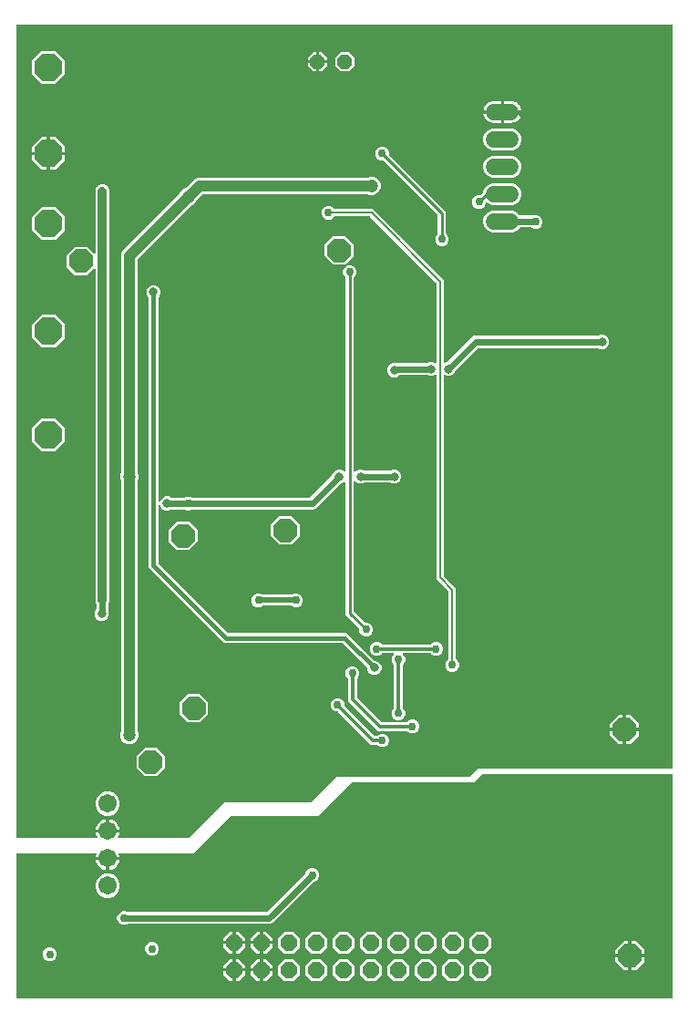
<source format=gbr>
G04 EAGLE Gerber RS-274X export*
G75*
%MOMM*%
%FSLAX34Y34*%
%LPD*%
%INBottom Copper*%
%IPPOS*%
%AMOC8*
5,1,8,0,0,1.08239X$1,22.5*%
G01*
%ADD10P,1.649562X8X202.500000*%
%ADD11C,1.524000*%
%ADD12P,1.429621X8X202.500000*%
%ADD13C,1.714500*%
%ADD14P,2.749271X8X22.500000*%
%ADD15P,2.336880X8X22.500000*%
%ADD16C,0.756400*%
%ADD17C,0.508000*%
%ADD18C,1.200000*%
%ADD19C,0.806400*%
%ADD20C,0.609600*%
%ADD21C,0.254000*%
%ADD22C,0.152400*%
%ADD23C,0.200000*%
%ADD24C,0.812800*%
%ADD25C,1.016000*%
%ADD26C,0.304800*%
%ADD27C,0.406400*%

G36*
X74603Y149251D02*
X74603Y149251D01*
X74678Y149254D01*
X74723Y149271D01*
X74771Y149279D01*
X74838Y149314D01*
X74909Y149341D01*
X74946Y149371D01*
X74988Y149394D01*
X75040Y149448D01*
X75099Y149496D01*
X75125Y149537D01*
X75158Y149572D01*
X75190Y149641D01*
X75230Y149705D01*
X75241Y149751D01*
X75261Y149795D01*
X75270Y149870D01*
X75287Y149944D01*
X75283Y149992D01*
X75288Y150039D01*
X75272Y150113D01*
X75266Y150189D01*
X75243Y150249D01*
X75236Y150280D01*
X75223Y150302D01*
X75206Y150346D01*
X74601Y151534D01*
X74060Y153198D01*
X73889Y154277D01*
X84138Y154277D01*
X84158Y154280D01*
X84177Y154278D01*
X84279Y154300D01*
X84381Y154317D01*
X84398Y154326D01*
X84418Y154330D01*
X84507Y154383D01*
X84598Y154432D01*
X84612Y154446D01*
X84629Y154456D01*
X84696Y154535D01*
X84767Y154610D01*
X84776Y154628D01*
X84789Y154643D01*
X84827Y154739D01*
X84871Y154833D01*
X84873Y154853D01*
X84881Y154871D01*
X84899Y155038D01*
X84899Y155801D01*
X84901Y155801D01*
X84901Y155038D01*
X84904Y155018D01*
X84902Y154999D01*
X84924Y154897D01*
X84941Y154795D01*
X84950Y154778D01*
X84954Y154758D01*
X85007Y154669D01*
X85056Y154578D01*
X85070Y154564D01*
X85080Y154547D01*
X85159Y154480D01*
X85234Y154409D01*
X85252Y154400D01*
X85267Y154387D01*
X85363Y154348D01*
X85457Y154305D01*
X85477Y154303D01*
X85495Y154295D01*
X85662Y154277D01*
X95911Y154277D01*
X95740Y153198D01*
X95199Y151534D01*
X94594Y150346D01*
X94571Y150274D01*
X94539Y150205D01*
X94533Y150157D01*
X94519Y150111D01*
X94520Y150036D01*
X94512Y149961D01*
X94522Y149914D01*
X94523Y149865D01*
X94548Y149794D01*
X94564Y149720D01*
X94589Y149679D01*
X94605Y149633D01*
X94651Y149574D01*
X94690Y149509D01*
X94727Y149478D01*
X94756Y149440D01*
X94819Y149398D01*
X94877Y149349D01*
X94922Y149331D01*
X94962Y149305D01*
X95035Y149286D01*
X95105Y149257D01*
X95170Y149250D01*
X95200Y149242D01*
X95225Y149244D01*
X95272Y149239D01*
X160000Y149239D01*
X160090Y149254D01*
X160181Y149261D01*
X160211Y149273D01*
X160243Y149279D01*
X160323Y149321D01*
X160407Y149357D01*
X160439Y149383D01*
X160460Y149394D01*
X160482Y149417D01*
X160538Y149462D01*
X193195Y182119D01*
X273050Y182119D01*
X273140Y182134D01*
X273231Y182141D01*
X273261Y182153D01*
X273293Y182159D01*
X273373Y182201D01*
X273457Y182237D01*
X273489Y182263D01*
X273510Y182274D01*
X273532Y182297D01*
X273588Y182342D01*
X297495Y206249D01*
X420370Y206249D01*
X420460Y206264D01*
X420551Y206271D01*
X420581Y206283D01*
X420613Y206289D01*
X420693Y206331D01*
X420777Y206367D01*
X420809Y206393D01*
X420830Y206404D01*
X420852Y206427D01*
X420908Y206472D01*
X428305Y213869D01*
X609078Y213869D01*
X609098Y213872D01*
X609117Y213870D01*
X609219Y213892D01*
X609321Y213909D01*
X609338Y213918D01*
X609358Y213922D01*
X609447Y213975D01*
X609538Y214024D01*
X609552Y214038D01*
X609569Y214048D01*
X609636Y214127D01*
X609708Y214202D01*
X609716Y214220D01*
X609729Y214235D01*
X609768Y214331D01*
X609811Y214425D01*
X609813Y214445D01*
X609821Y214463D01*
X609839Y214630D01*
X609839Y904078D01*
X609836Y904098D01*
X609838Y904117D01*
X609816Y904219D01*
X609800Y904321D01*
X609790Y904338D01*
X609786Y904358D01*
X609733Y904447D01*
X609684Y904538D01*
X609670Y904552D01*
X609660Y904569D01*
X609581Y904636D01*
X609506Y904708D01*
X609488Y904716D01*
X609473Y904729D01*
X609377Y904768D01*
X609283Y904811D01*
X609263Y904813D01*
X609245Y904821D01*
X609078Y904839D01*
X922Y904839D01*
X902Y904836D01*
X883Y904838D01*
X781Y904816D01*
X679Y904800D01*
X662Y904790D01*
X642Y904786D01*
X553Y904733D01*
X462Y904684D01*
X448Y904670D01*
X431Y904660D01*
X364Y904581D01*
X292Y904506D01*
X284Y904488D01*
X271Y904473D01*
X232Y904377D01*
X189Y904283D01*
X187Y904263D01*
X179Y904245D01*
X161Y904078D01*
X161Y150000D01*
X164Y149980D01*
X162Y149961D01*
X184Y149859D01*
X200Y149757D01*
X210Y149740D01*
X214Y149720D01*
X267Y149631D01*
X316Y149540D01*
X330Y149526D01*
X340Y149509D01*
X419Y149442D01*
X494Y149371D01*
X512Y149362D01*
X527Y149349D01*
X623Y149310D01*
X717Y149267D01*
X737Y149265D01*
X755Y149257D01*
X922Y149239D01*
X74528Y149239D01*
X74603Y149251D01*
G37*
G36*
X609098Y164D02*
X609098Y164D01*
X609117Y162D01*
X609219Y184D01*
X609321Y200D01*
X609338Y210D01*
X609358Y214D01*
X609447Y267D01*
X609538Y316D01*
X609552Y330D01*
X609569Y340D01*
X609636Y419D01*
X609708Y494D01*
X609716Y512D01*
X609729Y527D01*
X609768Y623D01*
X609811Y717D01*
X609813Y737D01*
X609821Y755D01*
X609839Y922D01*
X609839Y208280D01*
X609836Y208300D01*
X609838Y208319D01*
X609816Y208421D01*
X609800Y208523D01*
X609790Y208540D01*
X609786Y208560D01*
X609733Y208649D01*
X609684Y208740D01*
X609670Y208754D01*
X609660Y208771D01*
X609581Y208838D01*
X609506Y208910D01*
X609488Y208918D01*
X609473Y208931D01*
X609377Y208970D01*
X609283Y209013D01*
X609263Y209015D01*
X609245Y209023D01*
X609078Y209041D01*
X433070Y209041D01*
X432980Y209027D01*
X432889Y209019D01*
X432859Y209007D01*
X432827Y209002D01*
X432747Y208959D01*
X432663Y208923D01*
X432631Y208897D01*
X432610Y208886D01*
X432588Y208863D01*
X432532Y208818D01*
X425135Y201421D01*
X312420Y201421D01*
X312330Y201407D01*
X312239Y201399D01*
X312209Y201387D01*
X312177Y201382D01*
X312097Y201339D01*
X312013Y201303D01*
X311981Y201277D01*
X311960Y201266D01*
X311938Y201243D01*
X311882Y201198D01*
X280355Y169671D01*
X199390Y169671D01*
X199300Y169657D01*
X199209Y169649D01*
X199179Y169637D01*
X199147Y169632D01*
X199067Y169589D01*
X198983Y169553D01*
X198951Y169527D01*
X198930Y169516D01*
X198908Y169493D01*
X198852Y169448D01*
X164785Y135381D01*
X96014Y135381D01*
X95999Y135379D01*
X95983Y135381D01*
X95878Y135359D01*
X95772Y135342D01*
X95758Y135334D01*
X95742Y135331D01*
X95649Y135277D01*
X95554Y135226D01*
X95543Y135215D01*
X95529Y135207D01*
X95459Y135126D01*
X95385Y135048D01*
X95378Y135034D01*
X95368Y135022D01*
X95327Y134922D01*
X95281Y134825D01*
X95280Y134809D01*
X95273Y134794D01*
X95266Y134687D01*
X95254Y134581D01*
X95258Y134565D01*
X95256Y134549D01*
X95290Y134385D01*
X95740Y133002D01*
X95911Y131923D01*
X85662Y131923D01*
X85642Y131920D01*
X85623Y131922D01*
X85521Y131900D01*
X85419Y131883D01*
X85402Y131874D01*
X85382Y131870D01*
X85293Y131817D01*
X85202Y131768D01*
X85188Y131754D01*
X85171Y131744D01*
X85104Y131665D01*
X85033Y131590D01*
X85024Y131572D01*
X85011Y131557D01*
X84973Y131461D01*
X84929Y131367D01*
X84927Y131347D01*
X84919Y131329D01*
X84901Y131162D01*
X84901Y130399D01*
X84899Y130399D01*
X84899Y131162D01*
X84896Y131182D01*
X84898Y131201D01*
X84876Y131303D01*
X84859Y131405D01*
X84850Y131422D01*
X84846Y131442D01*
X84793Y131531D01*
X84744Y131622D01*
X84730Y131636D01*
X84720Y131653D01*
X84641Y131720D01*
X84566Y131791D01*
X84548Y131800D01*
X84533Y131813D01*
X84437Y131852D01*
X84343Y131895D01*
X84323Y131897D01*
X84305Y131905D01*
X84138Y131923D01*
X73889Y131923D01*
X74060Y133002D01*
X74510Y134385D01*
X74512Y134401D01*
X74519Y134415D01*
X74531Y134521D01*
X74547Y134628D01*
X74544Y134644D01*
X74546Y134659D01*
X74523Y134764D01*
X74505Y134870D01*
X74497Y134884D01*
X74494Y134900D01*
X74438Y134992D01*
X74387Y135086D01*
X74376Y135097D01*
X74367Y135111D01*
X74286Y135181D01*
X74207Y135254D01*
X74193Y135260D01*
X74180Y135271D01*
X74081Y135311D01*
X73983Y135355D01*
X73967Y135357D01*
X73952Y135363D01*
X73786Y135381D01*
X922Y135381D01*
X902Y135378D01*
X883Y135380D01*
X781Y135358D01*
X679Y135342D01*
X662Y135332D01*
X642Y135328D01*
X553Y135275D01*
X462Y135226D01*
X448Y135212D01*
X431Y135202D01*
X364Y135123D01*
X292Y135048D01*
X284Y135030D01*
X271Y135015D01*
X232Y134919D01*
X189Y134825D01*
X187Y134805D01*
X179Y134787D01*
X161Y134620D01*
X161Y922D01*
X164Y902D01*
X162Y883D01*
X184Y781D01*
X200Y679D01*
X210Y662D01*
X214Y642D01*
X267Y553D01*
X316Y462D01*
X330Y448D01*
X340Y431D01*
X419Y364D01*
X494Y292D01*
X512Y284D01*
X527Y271D01*
X623Y232D01*
X717Y189D01*
X737Y187D01*
X755Y179D01*
X922Y161D01*
X609078Y161D01*
X609098Y164D01*
G37*
%LPC*%
G36*
X103301Y236459D02*
X103301Y236459D01*
X100162Y237760D01*
X97760Y240162D01*
X96459Y243301D01*
X96459Y246699D01*
X97321Y248780D01*
X97336Y248844D01*
X97361Y248905D01*
X97370Y248988D01*
X97377Y249020D01*
X97376Y249039D01*
X97379Y249071D01*
X97379Y480929D01*
X97369Y480993D01*
X97368Y481059D01*
X97345Y481139D01*
X97340Y481171D01*
X97330Y481189D01*
X97321Y481220D01*
X96459Y483301D01*
X96459Y486699D01*
X97321Y488780D01*
X97336Y488844D01*
X97361Y488905D01*
X97370Y488988D01*
X97377Y489020D01*
X97376Y489039D01*
X97379Y489071D01*
X97379Y691516D01*
X98539Y694317D01*
X151732Y747510D01*
X151771Y747563D01*
X151817Y747610D01*
X151857Y747683D01*
X151876Y747709D01*
X151882Y747728D01*
X151897Y747757D01*
X152760Y749838D01*
X155162Y752240D01*
X157243Y753103D01*
X157299Y753137D01*
X157359Y753163D01*
X157424Y753215D01*
X157452Y753232D01*
X157465Y753247D01*
X157490Y753268D01*
X163432Y759210D01*
X165683Y761461D01*
X168484Y762621D01*
X325929Y762621D01*
X325993Y762631D01*
X326059Y762632D01*
X326139Y762655D01*
X326171Y762660D01*
X326189Y762670D01*
X326220Y762679D01*
X328301Y763541D01*
X331699Y763541D01*
X334838Y762240D01*
X337240Y759838D01*
X338541Y756699D01*
X338541Y753301D01*
X337240Y750162D01*
X334838Y747760D01*
X331699Y746459D01*
X328301Y746459D01*
X326220Y747321D01*
X326156Y747336D01*
X326095Y747361D01*
X326012Y747370D01*
X325980Y747377D01*
X325961Y747376D01*
X325929Y747379D01*
X173472Y747379D01*
X173382Y747365D01*
X173291Y747357D01*
X173261Y747345D01*
X173229Y747340D01*
X173148Y747297D01*
X173065Y747261D01*
X173032Y747235D01*
X173012Y747224D01*
X172990Y747201D01*
X172934Y747156D01*
X168268Y742490D01*
X168229Y742437D01*
X168183Y742390D01*
X168143Y742317D01*
X168124Y742291D01*
X168118Y742272D01*
X168103Y742243D01*
X167240Y740162D01*
X164838Y737760D01*
X162757Y736897D01*
X162701Y736863D01*
X162641Y736837D01*
X162576Y736785D01*
X162548Y736768D01*
X162535Y736753D01*
X162510Y736732D01*
X112844Y687066D01*
X112791Y686992D01*
X112731Y686923D01*
X112719Y686893D01*
X112700Y686867D01*
X112673Y686780D01*
X112639Y686695D01*
X112635Y686654D01*
X112628Y686632D01*
X112629Y686599D01*
X112621Y686528D01*
X112621Y489071D01*
X112631Y489007D01*
X112632Y488941D01*
X112655Y488861D01*
X112660Y488829D01*
X112670Y488811D01*
X112679Y488780D01*
X113541Y486699D01*
X113541Y483301D01*
X112679Y481220D01*
X112664Y481156D01*
X112639Y481095D01*
X112630Y481012D01*
X112623Y480980D01*
X112624Y480961D01*
X112621Y480929D01*
X112621Y249071D01*
X112631Y249007D01*
X112632Y248941D01*
X112655Y248861D01*
X112660Y248829D01*
X112670Y248811D01*
X112679Y248780D01*
X113541Y246699D01*
X113541Y243301D01*
X112240Y240162D01*
X109838Y237760D01*
X106699Y236459D01*
X103301Y236459D01*
G37*
%LPD*%
%LPC*%
G36*
X331433Y300767D02*
X331433Y300767D01*
X329017Y301768D01*
X327168Y303617D01*
X326167Y306033D01*
X326167Y307131D01*
X326153Y307221D01*
X326145Y307312D01*
X326133Y307341D01*
X326128Y307373D01*
X326085Y307454D01*
X326049Y307538D01*
X326023Y307570D01*
X326012Y307591D01*
X325989Y307613D01*
X325944Y307669D01*
X303409Y330204D01*
X303335Y330257D01*
X303265Y330317D01*
X303235Y330329D01*
X303209Y330348D01*
X303122Y330375D01*
X303037Y330409D01*
X302996Y330413D01*
X302974Y330420D01*
X302942Y330419D01*
X302871Y330427D01*
X193106Y330427D01*
X122967Y400566D01*
X122967Y651232D01*
X122953Y651322D01*
X122945Y651413D01*
X122933Y651443D01*
X122928Y651475D01*
X122885Y651556D01*
X122849Y651639D01*
X122823Y651672D01*
X122812Y651692D01*
X122789Y651714D01*
X122744Y651770D01*
X121968Y652547D01*
X120967Y654963D01*
X120967Y657577D01*
X121968Y659993D01*
X123817Y661842D01*
X126233Y662843D01*
X128847Y662843D01*
X131263Y661842D01*
X133112Y659993D01*
X134113Y657577D01*
X134113Y654963D01*
X133112Y652547D01*
X132336Y651770D01*
X132283Y651696D01*
X132223Y651627D01*
X132211Y651597D01*
X132192Y651571D01*
X132165Y651484D01*
X132131Y651399D01*
X132127Y651358D01*
X132120Y651336D01*
X132121Y651303D01*
X132113Y651232D01*
X132113Y461961D01*
X132128Y461865D01*
X132138Y461768D01*
X132148Y461744D01*
X132152Y461718D01*
X132198Y461632D01*
X132238Y461543D01*
X132255Y461524D01*
X132268Y461501D01*
X132338Y461434D01*
X132404Y461362D01*
X132427Y461349D01*
X132446Y461331D01*
X132534Y461290D01*
X132620Y461243D01*
X132645Y461239D01*
X132669Y461228D01*
X132766Y461217D01*
X132862Y461200D01*
X132888Y461204D01*
X132913Y461201D01*
X133009Y461221D01*
X133105Y461235D01*
X133128Y461247D01*
X133154Y461253D01*
X133237Y461303D01*
X133324Y461347D01*
X133343Y461366D01*
X133365Y461379D01*
X133428Y461453D01*
X133496Y461523D01*
X133512Y461551D01*
X133525Y461566D01*
X133537Y461597D01*
X133577Y461670D01*
X134428Y463723D01*
X136277Y465572D01*
X138693Y466573D01*
X141307Y466573D01*
X143543Y465647D01*
X143607Y465632D01*
X143668Y465607D01*
X143751Y465598D01*
X143783Y465591D01*
X143802Y465592D01*
X143834Y465589D01*
X156819Y465589D01*
X156884Y465599D01*
X156949Y465600D01*
X157029Y465623D01*
X157062Y465628D01*
X157079Y465638D01*
X157110Y465647D01*
X158742Y466323D01*
X161258Y466323D01*
X162890Y465647D01*
X162954Y465632D01*
X163014Y465607D01*
X163097Y465598D01*
X163129Y465591D01*
X163149Y465592D01*
X163181Y465589D01*
X272370Y465589D01*
X272460Y465603D01*
X272551Y465611D01*
X272581Y465623D01*
X272613Y465628D01*
X272693Y465671D01*
X272777Y465707D01*
X272809Y465733D01*
X272830Y465744D01*
X272852Y465767D01*
X272908Y465812D01*
X293337Y486241D01*
X293375Y486294D01*
X293421Y486341D01*
X293461Y486414D01*
X293480Y486440D01*
X293486Y486459D01*
X293502Y486487D01*
X294428Y488723D01*
X296277Y490572D01*
X298693Y491573D01*
X301307Y491573D01*
X303723Y490572D01*
X304890Y489406D01*
X304948Y489364D01*
X305000Y489314D01*
X305047Y489292D01*
X305089Y489262D01*
X305158Y489241D01*
X305223Y489211D01*
X305275Y489205D01*
X305325Y489190D01*
X305396Y489191D01*
X305467Y489184D01*
X305518Y489195D01*
X305570Y489196D01*
X305638Y489221D01*
X305708Y489236D01*
X305753Y489263D01*
X305801Y489280D01*
X305857Y489325D01*
X305919Y489362D01*
X305953Y489402D01*
X305993Y489434D01*
X306032Y489494D01*
X306079Y489549D01*
X306098Y489597D01*
X306126Y489641D01*
X306144Y489711D01*
X306171Y489777D01*
X306179Y489848D01*
X306187Y489880D01*
X306185Y489903D01*
X306189Y489944D01*
X306189Y669554D01*
X306175Y669644D01*
X306167Y669735D01*
X306155Y669765D01*
X306150Y669796D01*
X306107Y669877D01*
X306071Y669961D01*
X306045Y669993D01*
X306034Y670014D01*
X306011Y670036D01*
X305966Y670092D01*
X304640Y671418D01*
X303677Y673742D01*
X303677Y676258D01*
X304640Y678582D01*
X306418Y680360D01*
X308742Y681323D01*
X311258Y681323D01*
X313582Y680360D01*
X315360Y678582D01*
X316323Y676258D01*
X316323Y673742D01*
X315360Y671418D01*
X314034Y670092D01*
X313981Y670018D01*
X313921Y669949D01*
X313909Y669919D01*
X313890Y669892D01*
X313863Y669805D01*
X313829Y669720D01*
X313825Y669680D01*
X313818Y669657D01*
X313819Y669625D01*
X313811Y669554D01*
X313811Y489944D01*
X313822Y489873D01*
X313824Y489801D01*
X313842Y489752D01*
X313850Y489701D01*
X313884Y489638D01*
X313909Y489570D01*
X313941Y489530D01*
X313966Y489484D01*
X314018Y489434D01*
X314062Y489378D01*
X314106Y489350D01*
X314144Y489314D01*
X314209Y489284D01*
X314269Y489245D01*
X314320Y489233D01*
X314367Y489211D01*
X314438Y489203D01*
X314508Y489185D01*
X314560Y489189D01*
X314611Y489184D01*
X314682Y489199D01*
X314753Y489204D01*
X314801Y489225D01*
X314852Y489236D01*
X314913Y489273D01*
X314979Y489301D01*
X315035Y489346D01*
X315063Y489362D01*
X315078Y489380D01*
X315110Y489406D01*
X316277Y490572D01*
X318693Y491573D01*
X321307Y491573D01*
X323543Y490647D01*
X323607Y490632D01*
X323668Y490607D01*
X323751Y490598D01*
X323783Y490591D01*
X323802Y490592D01*
X323834Y490589D01*
X347416Y490589D01*
X347480Y490599D01*
X347546Y490600D01*
X347626Y490623D01*
X347658Y490628D01*
X347675Y490638D01*
X347707Y490647D01*
X349943Y491573D01*
X352557Y491573D01*
X354973Y490572D01*
X356822Y488723D01*
X357823Y486307D01*
X357823Y483693D01*
X356822Y481277D01*
X354973Y479428D01*
X352557Y478427D01*
X349943Y478427D01*
X347707Y479353D01*
X347643Y479368D01*
X347582Y479393D01*
X347499Y479402D01*
X347467Y479409D01*
X347448Y479408D01*
X347416Y479411D01*
X323834Y479411D01*
X323770Y479401D01*
X323704Y479400D01*
X323624Y479377D01*
X323592Y479372D01*
X323575Y479362D01*
X323543Y479353D01*
X321307Y478427D01*
X318693Y478427D01*
X316277Y479428D01*
X315110Y480594D01*
X315052Y480636D01*
X315000Y480686D01*
X314953Y480708D01*
X314911Y480738D01*
X314842Y480759D01*
X314777Y480789D01*
X314725Y480795D01*
X314675Y480810D01*
X314604Y480809D01*
X314533Y480816D01*
X314482Y480805D01*
X314430Y480804D01*
X314362Y480779D01*
X314292Y480764D01*
X314247Y480737D01*
X314199Y480720D01*
X314143Y480675D01*
X314081Y480638D01*
X314047Y480598D01*
X314007Y480566D01*
X313968Y480506D01*
X313921Y480451D01*
X313902Y480403D01*
X313874Y480359D01*
X313856Y480289D01*
X313829Y480223D01*
X313821Y480152D01*
X313813Y480120D01*
X313815Y480097D01*
X313811Y480056D01*
X313811Y359914D01*
X313825Y359824D01*
X313833Y359733D01*
X313845Y359703D01*
X313850Y359671D01*
X313893Y359590D01*
X313929Y359506D01*
X313955Y359474D01*
X313966Y359454D01*
X313989Y359431D01*
X314034Y359376D01*
X323964Y349446D01*
X324037Y349393D01*
X324107Y349333D01*
X324137Y349321D01*
X324163Y349302D01*
X324250Y349275D01*
X324335Y349241D01*
X324376Y349237D01*
X324398Y349230D01*
X324431Y349231D01*
X324502Y349223D01*
X326378Y349223D01*
X328702Y348260D01*
X330480Y346482D01*
X331443Y344158D01*
X331443Y341642D01*
X330480Y339318D01*
X328702Y337540D01*
X326378Y336577D01*
X323862Y336577D01*
X321538Y337540D01*
X319760Y339318D01*
X318797Y341642D01*
X318797Y343518D01*
X318783Y343608D01*
X318775Y343699D01*
X318763Y343729D01*
X318758Y343761D01*
X318715Y343842D01*
X318679Y343926D01*
X318653Y343958D01*
X318642Y343978D01*
X318619Y344001D01*
X318574Y344056D01*
X306189Y356442D01*
X306189Y480056D01*
X306178Y480127D01*
X306176Y480199D01*
X306158Y480248D01*
X306150Y480299D01*
X306116Y480362D01*
X306091Y480430D01*
X306059Y480470D01*
X306034Y480516D01*
X305982Y480566D01*
X305938Y480622D01*
X305894Y480650D01*
X305856Y480686D01*
X305791Y480716D01*
X305731Y480755D01*
X305680Y480767D01*
X305633Y480789D01*
X305562Y480797D01*
X305492Y480815D01*
X305440Y480811D01*
X305389Y480816D01*
X305318Y480801D01*
X305247Y480796D01*
X305199Y480775D01*
X305148Y480764D01*
X305087Y480727D01*
X305021Y480699D01*
X304965Y480654D01*
X304937Y480638D01*
X304922Y480620D01*
X304890Y480594D01*
X303723Y479428D01*
X301487Y478502D01*
X301432Y478467D01*
X301371Y478442D01*
X301307Y478390D01*
X301278Y478372D01*
X301266Y478357D01*
X301241Y478337D01*
X279845Y456941D01*
X278166Y455262D01*
X276112Y454411D01*
X163181Y454411D01*
X163116Y454401D01*
X163051Y454400D01*
X162971Y454377D01*
X162938Y454372D01*
X162921Y454362D01*
X162890Y454353D01*
X161258Y453677D01*
X158742Y453677D01*
X157110Y454353D01*
X157046Y454368D01*
X156986Y454393D01*
X156903Y454402D01*
X156871Y454409D01*
X156851Y454408D01*
X156819Y454411D01*
X143834Y454411D01*
X143770Y454401D01*
X143704Y454400D01*
X143624Y454377D01*
X143592Y454372D01*
X143575Y454362D01*
X143543Y454353D01*
X141307Y453427D01*
X138693Y453427D01*
X136277Y454428D01*
X134428Y456277D01*
X133577Y458330D01*
X133526Y458413D01*
X133480Y458499D01*
X133462Y458517D01*
X133448Y458540D01*
X133372Y458602D01*
X133302Y458669D01*
X133278Y458680D01*
X133258Y458696D01*
X133167Y458731D01*
X133079Y458772D01*
X133053Y458775D01*
X133029Y458785D01*
X132931Y458789D01*
X132835Y458799D01*
X132809Y458794D01*
X132783Y458795D01*
X132689Y458768D01*
X132594Y458747D01*
X132572Y458734D01*
X132547Y458726D01*
X132467Y458671D01*
X132383Y458621D01*
X132366Y458601D01*
X132345Y458586D01*
X132286Y458508D01*
X132223Y458434D01*
X132213Y458410D01*
X132198Y458389D01*
X132168Y458296D01*
X132131Y458206D01*
X132128Y458173D01*
X132122Y458155D01*
X132122Y458122D01*
X132113Y458039D01*
X132113Y404669D01*
X132127Y404579D01*
X132135Y404488D01*
X132147Y404459D01*
X132152Y404427D01*
X132195Y404346D01*
X132231Y404262D01*
X132257Y404230D01*
X132268Y404209D01*
X132291Y404187D01*
X132336Y404131D01*
X196671Y339796D01*
X196745Y339743D01*
X196815Y339683D01*
X196845Y339671D01*
X196871Y339652D01*
X196958Y339625D01*
X197043Y339591D01*
X197084Y339587D01*
X197106Y339580D01*
X197138Y339581D01*
X197209Y339573D01*
X306974Y339573D01*
X332411Y314136D01*
X332485Y314083D01*
X332555Y314023D01*
X332585Y314011D01*
X332611Y313992D01*
X332698Y313965D01*
X332783Y313931D01*
X332824Y313927D01*
X332846Y313920D01*
X332878Y313921D01*
X332949Y313913D01*
X334047Y313913D01*
X336463Y312912D01*
X338312Y311063D01*
X339313Y308647D01*
X339313Y306033D01*
X338312Y303617D01*
X336463Y301768D01*
X334047Y300767D01*
X331433Y300767D01*
G37*
%LPD*%
%LPC*%
G36*
X403742Y303677D02*
X403742Y303677D01*
X401418Y304640D01*
X399640Y306418D01*
X398677Y308742D01*
X398677Y311258D01*
X399640Y313582D01*
X401236Y315178D01*
X401289Y315252D01*
X401349Y315321D01*
X401361Y315352D01*
X401380Y315378D01*
X401407Y315465D01*
X401441Y315550D01*
X401445Y315591D01*
X401452Y315613D01*
X401451Y315645D01*
X401459Y315716D01*
X401459Y378218D01*
X401445Y378308D01*
X401437Y378399D01*
X401425Y378429D01*
X401420Y378461D01*
X401377Y378541D01*
X401341Y378625D01*
X401315Y378657D01*
X401304Y378678D01*
X401281Y378700D01*
X401236Y378756D01*
X390189Y389803D01*
X390189Y578777D01*
X390182Y578823D01*
X390184Y578869D01*
X390162Y578943D01*
X390150Y579020D01*
X390128Y579061D01*
X390115Y579105D01*
X390071Y579169D01*
X390034Y579238D01*
X390001Y579269D01*
X389975Y579307D01*
X389913Y579353D01*
X389856Y579407D01*
X389814Y579426D01*
X389778Y579454D01*
X389704Y579478D01*
X389633Y579511D01*
X389587Y579516D01*
X389544Y579530D01*
X389466Y579529D01*
X389389Y579538D01*
X389344Y579528D01*
X389298Y579527D01*
X389166Y579489D01*
X389148Y579485D01*
X389144Y579483D01*
X389137Y579481D01*
X386593Y578427D01*
X383979Y578427D01*
X381743Y579353D01*
X381679Y579368D01*
X381618Y579393D01*
X381535Y579402D01*
X381503Y579409D01*
X381484Y579408D01*
X381452Y579411D01*
X356522Y579411D01*
X356432Y579397D01*
X356341Y579389D01*
X356311Y579377D01*
X356279Y579372D01*
X356198Y579329D01*
X356115Y579293D01*
X356082Y579267D01*
X356062Y579256D01*
X356040Y579233D01*
X355984Y579188D01*
X354973Y578178D01*
X352557Y577177D01*
X349943Y577177D01*
X347527Y578178D01*
X345678Y580027D01*
X344677Y582443D01*
X344677Y585057D01*
X345678Y587473D01*
X347527Y589322D01*
X349943Y590323D01*
X350595Y590323D01*
X350659Y590333D01*
X350725Y590334D01*
X350805Y590357D01*
X350837Y590362D01*
X350855Y590372D01*
X350886Y590381D01*
X351388Y590589D01*
X381452Y590589D01*
X381516Y590599D01*
X381582Y590600D01*
X381662Y590623D01*
X381694Y590628D01*
X381711Y590638D01*
X381743Y590647D01*
X383979Y591573D01*
X386593Y591573D01*
X389137Y590519D01*
X389181Y590509D01*
X389223Y590489D01*
X389300Y590481D01*
X389376Y590463D01*
X389422Y590467D01*
X389467Y590462D01*
X389544Y590479D01*
X389621Y590486D01*
X389663Y590505D01*
X389708Y590515D01*
X389775Y590555D01*
X389846Y590586D01*
X389880Y590617D01*
X389919Y590641D01*
X389969Y590700D01*
X390027Y590753D01*
X390049Y590793D01*
X390079Y590828D01*
X390108Y590900D01*
X390145Y590968D01*
X390154Y591013D01*
X390171Y591056D01*
X390186Y591192D01*
X390189Y591210D01*
X390188Y591215D01*
X390189Y591223D01*
X390189Y664488D01*
X390175Y664578D01*
X390167Y664669D01*
X390155Y664699D01*
X390150Y664731D01*
X390107Y664811D01*
X390071Y664895D01*
X390045Y664927D01*
X390034Y664948D01*
X390011Y664970D01*
X389966Y665026D01*
X328756Y726236D01*
X328682Y726289D01*
X328613Y726349D01*
X328583Y726361D01*
X328557Y726380D01*
X328470Y726407D01*
X328385Y726441D01*
X328344Y726445D01*
X328322Y726452D01*
X328289Y726451D01*
X328218Y726459D01*
X295716Y726459D01*
X295626Y726445D01*
X295535Y726437D01*
X295506Y726425D01*
X295474Y726420D01*
X295393Y726377D01*
X295309Y726341D01*
X295277Y726315D01*
X295256Y726304D01*
X295234Y726281D01*
X295178Y726236D01*
X293582Y724640D01*
X291258Y723677D01*
X288742Y723677D01*
X286418Y724640D01*
X284640Y726418D01*
X283677Y728742D01*
X283677Y731258D01*
X284640Y733582D01*
X286418Y735360D01*
X288742Y736323D01*
X291258Y736323D01*
X293582Y735360D01*
X295178Y733764D01*
X295252Y733711D01*
X295321Y733651D01*
X295352Y733639D01*
X295378Y733620D01*
X295465Y733593D01*
X295550Y733559D01*
X295591Y733555D01*
X295613Y733548D01*
X295645Y733549D01*
X295716Y733541D01*
X331467Y733541D01*
X397271Y667737D01*
X397271Y591479D01*
X397278Y591433D01*
X397276Y591387D01*
X397298Y591313D01*
X397310Y591236D01*
X397332Y591195D01*
X397345Y591151D01*
X397389Y591087D01*
X397426Y591018D01*
X397459Y590987D01*
X397485Y590949D01*
X397548Y590903D01*
X397604Y590849D01*
X397646Y590830D01*
X397682Y590802D01*
X397756Y590778D01*
X397827Y590745D01*
X397873Y590740D01*
X397916Y590726D01*
X397994Y590727D01*
X398071Y590718D01*
X398116Y590728D01*
X398162Y590729D01*
X398294Y590767D01*
X398312Y590771D01*
X398316Y590773D01*
X398323Y590775D01*
X400069Y591498D01*
X400124Y591533D01*
X400185Y591558D01*
X400249Y591610D01*
X400278Y591628D01*
X400290Y591643D01*
X400315Y591663D01*
X421711Y613059D01*
X423390Y614738D01*
X425444Y615589D01*
X540415Y615589D01*
X540479Y615599D01*
X540545Y615600D01*
X540625Y615623D01*
X540657Y615628D01*
X540674Y615638D01*
X540706Y615647D01*
X542942Y616573D01*
X545556Y616573D01*
X547972Y615572D01*
X549821Y613723D01*
X550822Y611307D01*
X550822Y608693D01*
X549821Y606277D01*
X547972Y604428D01*
X545556Y603427D01*
X542942Y603427D01*
X540706Y604353D01*
X540642Y604368D01*
X540581Y604393D01*
X540498Y604402D01*
X540466Y604409D01*
X540447Y604408D01*
X540415Y604411D01*
X429186Y604411D01*
X429096Y604397D01*
X429005Y604389D01*
X428975Y604377D01*
X428944Y604372D01*
X428863Y604329D01*
X428779Y604293D01*
X428747Y604267D01*
X428726Y604256D01*
X428704Y604233D01*
X428648Y604188D01*
X408219Y583759D01*
X408181Y583706D01*
X408135Y583659D01*
X408095Y583586D01*
X408076Y583560D01*
X408070Y583541D01*
X408054Y583513D01*
X407128Y581277D01*
X405279Y579428D01*
X402863Y578427D01*
X400249Y578427D01*
X398323Y579225D01*
X398279Y579235D01*
X398237Y579255D01*
X398160Y579263D01*
X398084Y579281D01*
X398038Y579277D01*
X397993Y579282D01*
X397916Y579265D01*
X397839Y579258D01*
X397797Y579239D01*
X397752Y579229D01*
X397685Y579189D01*
X397614Y579158D01*
X397580Y579127D01*
X397541Y579103D01*
X397490Y579044D01*
X397433Y578991D01*
X397411Y578951D01*
X397381Y578916D01*
X397352Y578844D01*
X397315Y578776D01*
X397306Y578731D01*
X397289Y578688D01*
X397274Y578552D01*
X397271Y578534D01*
X397272Y578529D01*
X397271Y578521D01*
X397271Y393052D01*
X397285Y392962D01*
X397293Y392871D01*
X397305Y392841D01*
X397310Y392809D01*
X397353Y392728D01*
X397389Y392645D01*
X397415Y392613D01*
X397426Y392592D01*
X397449Y392570D01*
X397494Y392514D01*
X408541Y381467D01*
X408541Y315716D01*
X408555Y315626D01*
X408563Y315535D01*
X408575Y315506D01*
X408580Y315474D01*
X408623Y315393D01*
X408659Y315309D01*
X408685Y315277D01*
X408696Y315256D01*
X408719Y315234D01*
X408764Y315178D01*
X410360Y313582D01*
X411323Y311258D01*
X411323Y308742D01*
X410360Y306418D01*
X408582Y304640D01*
X406258Y303677D01*
X403742Y303677D01*
G37*
%LPD*%
%LPC*%
G36*
X78068Y350932D02*
X78068Y350932D01*
X75652Y351933D01*
X73803Y353782D01*
X72802Y356198D01*
X72802Y358812D01*
X73803Y361228D01*
X74188Y361614D01*
X74241Y361688D01*
X74301Y361757D01*
X74313Y361787D01*
X74332Y361813D01*
X74359Y361900D01*
X74393Y361985D01*
X74397Y362026D01*
X74404Y362048D01*
X74403Y362081D01*
X74411Y362152D01*
X74411Y366082D01*
X74401Y366147D01*
X74400Y366212D01*
X74377Y366292D01*
X74372Y366325D01*
X74362Y366342D01*
X74353Y366373D01*
X73395Y368686D01*
X73395Y677698D01*
X73384Y677769D01*
X73382Y677840D01*
X73364Y677889D01*
X73356Y677941D01*
X73322Y678004D01*
X73297Y678071D01*
X73265Y678112D01*
X73240Y678158D01*
X73188Y678207D01*
X73144Y678263D01*
X73100Y678292D01*
X73062Y678327D01*
X72997Y678358D01*
X72937Y678396D01*
X72886Y678409D01*
X72839Y678431D01*
X72768Y678439D01*
X72698Y678456D01*
X72646Y678452D01*
X72595Y678458D01*
X72524Y678443D01*
X72453Y678437D01*
X72405Y678417D01*
X72354Y678406D01*
X72293Y678369D01*
X72227Y678341D01*
X72171Y678296D01*
X72143Y678280D01*
X72128Y678262D01*
X72096Y678236D01*
X65524Y671664D01*
X54476Y671664D01*
X46664Y679476D01*
X46664Y690524D01*
X54476Y698336D01*
X65524Y698336D01*
X72096Y691764D01*
X72154Y691722D01*
X72206Y691673D01*
X72253Y691651D01*
X72295Y691620D01*
X72364Y691599D01*
X72429Y691569D01*
X72481Y691563D01*
X72531Y691548D01*
X72602Y691550D01*
X72673Y691542D01*
X72724Y691553D01*
X72776Y691554D01*
X72844Y691579D01*
X72914Y691594D01*
X72959Y691621D01*
X73007Y691639D01*
X73063Y691684D01*
X73125Y691720D01*
X73159Y691760D01*
X73199Y691792D01*
X73238Y691853D01*
X73285Y691907D01*
X73304Y691956D01*
X73332Y691999D01*
X73350Y692069D01*
X73377Y692135D01*
X73385Y692207D01*
X73393Y692238D01*
X73391Y692261D01*
X73395Y692302D01*
X73395Y751314D01*
X74401Y753741D01*
X76259Y755599D01*
X78686Y756605D01*
X81314Y756605D01*
X83741Y755599D01*
X85599Y753741D01*
X86605Y751314D01*
X86605Y368686D01*
X85647Y366373D01*
X85632Y366310D01*
X85607Y366249D01*
X85598Y366166D01*
X85591Y366134D01*
X85592Y366115D01*
X85589Y366082D01*
X85589Y359831D01*
X85599Y359766D01*
X85600Y359700D01*
X85623Y359620D01*
X85628Y359588D01*
X85638Y359571D01*
X85647Y359539D01*
X85948Y358812D01*
X85948Y356198D01*
X84947Y353782D01*
X83098Y351933D01*
X80682Y350932D01*
X78068Y350932D01*
G37*
%LPD*%
%LPC*%
G36*
X98742Y68677D02*
X98742Y68677D01*
X96418Y69640D01*
X94640Y71418D01*
X93677Y73742D01*
X93677Y76258D01*
X94640Y78582D01*
X96418Y80360D01*
X98742Y81323D01*
X101258Y81323D01*
X102890Y80647D01*
X102954Y80632D01*
X103014Y80607D01*
X103097Y80598D01*
X103129Y80591D01*
X103149Y80592D01*
X103181Y80589D01*
X232370Y80589D01*
X232460Y80603D01*
X232551Y80611D01*
X232581Y80623D01*
X232612Y80628D01*
X232693Y80671D01*
X232777Y80707D01*
X232809Y80733D01*
X232830Y80744D01*
X232852Y80767D01*
X232908Y80812D01*
X268799Y116702D01*
X268837Y116756D01*
X268883Y116802D01*
X268923Y116876D01*
X268942Y116902D01*
X268948Y116921D01*
X268964Y116949D01*
X269640Y118582D01*
X271418Y120360D01*
X273742Y121323D01*
X276258Y121323D01*
X278582Y120360D01*
X280360Y118582D01*
X281323Y116258D01*
X281323Y113742D01*
X280360Y111418D01*
X278582Y109640D01*
X276949Y108964D01*
X276894Y108929D01*
X276833Y108904D01*
X276797Y108875D01*
X276778Y108865D01*
X276762Y108848D01*
X276740Y108834D01*
X276728Y108819D01*
X276702Y108799D01*
X238166Y70262D01*
X236112Y69411D01*
X103181Y69411D01*
X103116Y69401D01*
X103051Y69400D01*
X102971Y69377D01*
X102938Y69372D01*
X102921Y69362D01*
X102890Y69353D01*
X101258Y68677D01*
X98742Y68677D01*
G37*
%LPD*%
%LPC*%
G36*
X353742Y258677D02*
X353742Y258677D01*
X351418Y259640D01*
X349640Y261418D01*
X348677Y263742D01*
X348677Y266258D01*
X349640Y268582D01*
X350712Y269654D01*
X350765Y269728D01*
X350825Y269797D01*
X350837Y269827D01*
X350856Y269854D01*
X350883Y269941D01*
X350917Y270026D01*
X350921Y270066D01*
X350928Y270089D01*
X350927Y270121D01*
X350935Y270192D01*
X350935Y309808D01*
X350921Y309898D01*
X350913Y309989D01*
X350901Y310018D01*
X350896Y310050D01*
X350853Y310131D01*
X350817Y310215D01*
X350791Y310247D01*
X350780Y310268D01*
X350757Y310290D01*
X350712Y310346D01*
X349640Y311418D01*
X348677Y313742D01*
X348677Y316258D01*
X349640Y318582D01*
X350694Y319636D01*
X350736Y319694D01*
X350785Y319746D01*
X350807Y319793D01*
X350838Y319835D01*
X350859Y319904D01*
X350889Y319969D01*
X350895Y320021D01*
X350910Y320071D01*
X350908Y320142D01*
X350916Y320213D01*
X350905Y320264D01*
X350904Y320316D01*
X350879Y320384D01*
X350864Y320454D01*
X350837Y320499D01*
X350819Y320547D01*
X350774Y320603D01*
X350738Y320665D01*
X350698Y320699D01*
X350665Y320739D01*
X350605Y320778D01*
X350551Y320825D01*
X350502Y320844D01*
X350459Y320872D01*
X350389Y320890D01*
X350322Y320917D01*
X350251Y320925D01*
X350220Y320933D01*
X350197Y320931D01*
X350156Y320935D01*
X340192Y320935D01*
X340102Y320921D01*
X340011Y320913D01*
X339982Y320901D01*
X339950Y320896D01*
X339869Y320853D01*
X339785Y320817D01*
X339753Y320791D01*
X339732Y320780D01*
X339710Y320757D01*
X339654Y320712D01*
X338582Y319640D01*
X336258Y318677D01*
X333742Y318677D01*
X331418Y319640D01*
X329640Y321418D01*
X328677Y323742D01*
X328677Y326258D01*
X329640Y328582D01*
X331418Y330360D01*
X333742Y331323D01*
X336258Y331323D01*
X338582Y330360D01*
X339654Y329288D01*
X339728Y329235D01*
X339797Y329175D01*
X339828Y329163D01*
X339854Y329144D01*
X339941Y329117D01*
X340026Y329083D01*
X340067Y329079D01*
X340089Y329072D01*
X340121Y329073D01*
X340192Y329065D01*
X384808Y329065D01*
X384898Y329079D01*
X384989Y329087D01*
X385018Y329099D01*
X385050Y329104D01*
X385131Y329147D01*
X385215Y329183D01*
X385247Y329209D01*
X385268Y329220D01*
X385290Y329243D01*
X385346Y329288D01*
X386418Y330360D01*
X388742Y331323D01*
X391258Y331323D01*
X393582Y330360D01*
X395360Y328582D01*
X396323Y326258D01*
X396323Y323742D01*
X395360Y321418D01*
X393582Y319640D01*
X391258Y318677D01*
X388742Y318677D01*
X386418Y319640D01*
X385346Y320712D01*
X385272Y320765D01*
X385203Y320825D01*
X385172Y320837D01*
X385146Y320856D01*
X385059Y320883D01*
X384974Y320917D01*
X384933Y320921D01*
X384911Y320928D01*
X384879Y320927D01*
X384808Y320935D01*
X359844Y320935D01*
X359774Y320924D01*
X359702Y320922D01*
X359653Y320904D01*
X359601Y320896D01*
X359538Y320862D01*
X359471Y320837D01*
X359430Y320805D01*
X359384Y320780D01*
X359335Y320728D01*
X359279Y320684D01*
X359251Y320640D01*
X359215Y320602D01*
X359185Y320537D01*
X359146Y320477D01*
X359133Y320426D01*
X359111Y320379D01*
X359103Y320308D01*
X359086Y320238D01*
X359090Y320186D01*
X359084Y320135D01*
X359099Y320064D01*
X359105Y319993D01*
X359125Y319945D01*
X359136Y319894D01*
X359173Y319833D01*
X359201Y319767D01*
X359246Y319711D01*
X359262Y319683D01*
X359280Y319668D01*
X359306Y319636D01*
X360360Y318582D01*
X361323Y316258D01*
X361323Y313742D01*
X360360Y311418D01*
X359288Y310346D01*
X359235Y310272D01*
X359175Y310203D01*
X359163Y310172D01*
X359144Y310146D01*
X359117Y310059D01*
X359083Y309974D01*
X359079Y309933D01*
X359072Y309911D01*
X359073Y309879D01*
X359065Y309808D01*
X359065Y270192D01*
X359079Y270102D01*
X359087Y270011D01*
X359099Y269981D01*
X359104Y269950D01*
X359147Y269869D01*
X359183Y269785D01*
X359209Y269753D01*
X359220Y269732D01*
X359243Y269710D01*
X359288Y269654D01*
X360360Y268582D01*
X361323Y266258D01*
X361323Y263742D01*
X360360Y261418D01*
X358582Y259640D01*
X356258Y258677D01*
X353742Y258677D01*
G37*
%LPD*%
%LPC*%
G36*
X394267Y699082D02*
X394267Y699082D01*
X391943Y700045D01*
X390165Y701823D01*
X389202Y704147D01*
X389202Y706663D01*
X390165Y708987D01*
X391491Y710313D01*
X391544Y710387D01*
X391604Y710456D01*
X391616Y710487D01*
X391635Y710513D01*
X391662Y710600D01*
X391696Y710685D01*
X391700Y710726D01*
X391707Y710748D01*
X391706Y710780D01*
X391714Y710851D01*
X391714Y727581D01*
X391700Y727671D01*
X391692Y727762D01*
X391680Y727792D01*
X391675Y727824D01*
X391632Y727905D01*
X391596Y727989D01*
X391570Y728021D01*
X391559Y728041D01*
X391536Y728064D01*
X391491Y728119D01*
X341156Y778454D01*
X341083Y778507D01*
X341013Y778567D01*
X340983Y778579D01*
X340957Y778598D01*
X340870Y778625D01*
X340785Y778659D01*
X340744Y778663D01*
X340722Y778670D01*
X340689Y778669D01*
X340618Y778677D01*
X338742Y778677D01*
X336418Y779640D01*
X334640Y781418D01*
X333677Y783742D01*
X333677Y786258D01*
X334640Y788582D01*
X336418Y790360D01*
X338742Y791323D01*
X341258Y791323D01*
X343582Y790360D01*
X345360Y788582D01*
X346323Y786258D01*
X346323Y784382D01*
X346337Y784292D01*
X346345Y784201D01*
X346357Y784171D01*
X346362Y784139D01*
X346405Y784058D01*
X346441Y783974D01*
X346467Y783942D01*
X346478Y783922D01*
X346501Y783899D01*
X346546Y783844D01*
X399336Y731053D01*
X399336Y710851D01*
X399350Y710761D01*
X399358Y710670D01*
X399370Y710641D01*
X399375Y710609D01*
X399418Y710528D01*
X399454Y710444D01*
X399480Y710412D01*
X399491Y710391D01*
X399514Y710369D01*
X399559Y710313D01*
X400885Y708987D01*
X401848Y706663D01*
X401848Y704147D01*
X400885Y701823D01*
X399107Y700045D01*
X396783Y699082D01*
X394267Y699082D01*
G37*
%LPD*%
%LPC*%
G36*
X366592Y246527D02*
X366592Y246527D01*
X364268Y247490D01*
X363316Y248442D01*
X363242Y248495D01*
X363173Y248555D01*
X363142Y248567D01*
X363116Y248586D01*
X363029Y248613D01*
X362944Y248647D01*
X362903Y248651D01*
X362881Y248658D01*
X362849Y248657D01*
X362778Y248665D01*
X336136Y248665D01*
X308355Y276446D01*
X308355Y297068D01*
X308341Y297158D01*
X308333Y297249D01*
X308321Y297278D01*
X308316Y297310D01*
X308273Y297391D01*
X308237Y297475D01*
X308211Y297507D01*
X308200Y297528D01*
X308177Y297550D01*
X308132Y297606D01*
X307060Y298678D01*
X306097Y301002D01*
X306097Y303518D01*
X307060Y305842D01*
X308838Y307620D01*
X311162Y308583D01*
X313678Y308583D01*
X316002Y307620D01*
X317780Y305842D01*
X318743Y303518D01*
X318743Y301002D01*
X317780Y298678D01*
X316708Y297606D01*
X316655Y297532D01*
X316595Y297463D01*
X316583Y297432D01*
X316564Y297406D01*
X316537Y297319D01*
X316503Y297234D01*
X316499Y297193D01*
X316492Y297171D01*
X316493Y297139D01*
X316485Y297068D01*
X316485Y280129D01*
X316499Y280039D01*
X316507Y279948D01*
X316519Y279918D01*
X316524Y279886D01*
X316567Y279806D01*
X316603Y279722D01*
X316629Y279690D01*
X316640Y279669D01*
X316663Y279647D01*
X316708Y279591D01*
X339281Y257018D01*
X339355Y256965D01*
X339424Y256905D01*
X339454Y256893D01*
X339480Y256874D01*
X339567Y256847D01*
X339652Y256813D01*
X339693Y256809D01*
X339716Y256802D01*
X339748Y256803D01*
X339819Y256795D01*
X362538Y256795D01*
X362628Y256809D01*
X362719Y256817D01*
X362748Y256829D01*
X362780Y256834D01*
X362861Y256877D01*
X362945Y256913D01*
X362977Y256939D01*
X362998Y256950D01*
X363020Y256973D01*
X363076Y257018D01*
X364268Y258210D01*
X366592Y259173D01*
X369108Y259173D01*
X371432Y258210D01*
X373210Y256432D01*
X374173Y254108D01*
X374173Y251592D01*
X373210Y249268D01*
X371432Y247490D01*
X369108Y246527D01*
X366592Y246527D01*
G37*
%LPD*%
%LPC*%
G36*
X442059Y711839D02*
X442059Y711839D01*
X438324Y713386D01*
X435466Y716244D01*
X433919Y719979D01*
X433919Y724021D01*
X435466Y727756D01*
X438324Y730614D01*
X442059Y732161D01*
X461341Y732161D01*
X465076Y730614D01*
X467878Y727812D01*
X467952Y727759D01*
X468021Y727699D01*
X468051Y727687D01*
X468078Y727668D01*
X468164Y727641D01*
X468249Y727607D01*
X468290Y727603D01*
X468313Y727596D01*
X468345Y727597D01*
X468416Y727589D01*
X480964Y727589D01*
X481029Y727599D01*
X481094Y727600D01*
X481174Y727623D01*
X481207Y727628D01*
X481224Y727638D01*
X481255Y727647D01*
X481342Y727683D01*
X483858Y727683D01*
X486182Y726720D01*
X487960Y724942D01*
X488923Y722618D01*
X488923Y720102D01*
X487960Y717778D01*
X486182Y716000D01*
X483858Y715037D01*
X481342Y715037D01*
X479018Y716000D01*
X478830Y716188D01*
X478756Y716241D01*
X478687Y716301D01*
X478656Y716313D01*
X478630Y716332D01*
X478543Y716359D01*
X478458Y716393D01*
X478417Y716397D01*
X478395Y716404D01*
X478363Y716403D01*
X478292Y716411D01*
X468416Y716411D01*
X468326Y716397D01*
X468235Y716389D01*
X468205Y716377D01*
X468173Y716372D01*
X468093Y716329D01*
X468009Y716293D01*
X467977Y716267D01*
X467956Y716256D01*
X467934Y716233D01*
X467878Y716188D01*
X465076Y713386D01*
X461341Y711839D01*
X442059Y711839D01*
G37*
%LPD*%
%LPC*%
G36*
X428742Y733677D02*
X428742Y733677D01*
X426418Y734640D01*
X424640Y736418D01*
X423677Y738742D01*
X423677Y741258D01*
X424640Y743582D01*
X426418Y745360D01*
X428742Y746323D01*
X430618Y746323D01*
X430708Y746337D01*
X430799Y746345D01*
X430829Y746357D01*
X430861Y746362D01*
X430941Y746405D01*
X431026Y746441D01*
X431058Y746467D01*
X431078Y746478D01*
X431100Y746501D01*
X431156Y746546D01*
X433733Y749122D01*
X433771Y749175D01*
X433817Y749222D01*
X433857Y749295D01*
X433876Y749321D01*
X433882Y749340D01*
X433898Y749369D01*
X435466Y753156D01*
X438324Y756014D01*
X442059Y757561D01*
X461341Y757561D01*
X465076Y756014D01*
X467934Y753156D01*
X469481Y749421D01*
X469481Y745379D01*
X467934Y741644D01*
X465076Y738786D01*
X461341Y737239D01*
X442059Y737239D01*
X438324Y738786D01*
X437622Y739488D01*
X437564Y739530D01*
X437512Y739580D01*
X437465Y739601D01*
X437423Y739632D01*
X437354Y739653D01*
X437289Y739683D01*
X437237Y739689D01*
X437187Y739704D01*
X437116Y739702D01*
X437045Y739710D01*
X436994Y739699D01*
X436942Y739698D01*
X436874Y739673D01*
X436804Y739658D01*
X436759Y739631D01*
X436711Y739613D01*
X436655Y739569D01*
X436593Y739532D01*
X436559Y739492D01*
X436519Y739460D01*
X436480Y739399D01*
X436433Y739345D01*
X436414Y739297D01*
X436386Y739253D01*
X436368Y739183D01*
X436341Y739117D01*
X436333Y739045D01*
X436325Y739014D01*
X436327Y738991D01*
X436323Y738950D01*
X436323Y738742D01*
X435360Y736418D01*
X433582Y734640D01*
X431258Y733677D01*
X428742Y733677D01*
G37*
%LPD*%
%LPC*%
G36*
X23687Y849759D02*
X23687Y849759D01*
X14759Y858687D01*
X14759Y871313D01*
X23687Y880241D01*
X36313Y880241D01*
X45241Y871313D01*
X45241Y858687D01*
X36313Y849759D01*
X23687Y849759D01*
G37*
%LPD*%
%LPC*%
G36*
X23687Y604759D02*
X23687Y604759D01*
X14759Y613687D01*
X14759Y626313D01*
X23687Y635241D01*
X36313Y635241D01*
X45241Y626313D01*
X45241Y613687D01*
X36313Y604759D01*
X23687Y604759D01*
G37*
%LPD*%
%LPC*%
G36*
X23687Y508569D02*
X23687Y508569D01*
X14759Y517497D01*
X14759Y530123D01*
X23687Y539051D01*
X36313Y539051D01*
X45241Y530123D01*
X45241Y517497D01*
X36313Y508569D01*
X23687Y508569D01*
G37*
%LPD*%
%LPC*%
G36*
X23687Y704759D02*
X23687Y704759D01*
X14759Y713687D01*
X14759Y726313D01*
X23687Y735241D01*
X36313Y735241D01*
X45241Y726313D01*
X45241Y713687D01*
X36313Y704759D01*
X23687Y704759D01*
G37*
%LPD*%
%LPC*%
G36*
X442059Y788039D02*
X442059Y788039D01*
X438324Y789586D01*
X435466Y792444D01*
X433919Y796179D01*
X433919Y800221D01*
X435466Y803956D01*
X438324Y806814D01*
X442059Y808361D01*
X461341Y808361D01*
X465076Y806814D01*
X467934Y803956D01*
X469481Y800221D01*
X469481Y796179D01*
X467934Y792444D01*
X465076Y789586D01*
X461341Y788039D01*
X442059Y788039D01*
G37*
%LPD*%
%LPC*%
G36*
X442059Y762639D02*
X442059Y762639D01*
X438324Y764186D01*
X435466Y767044D01*
X433919Y770779D01*
X433919Y774821D01*
X435466Y778556D01*
X438324Y781414D01*
X442059Y782961D01*
X461341Y782961D01*
X465076Y781414D01*
X467934Y778556D01*
X469481Y774821D01*
X469481Y770779D01*
X467934Y767044D01*
X465076Y764186D01*
X461341Y762639D01*
X442059Y762639D01*
G37*
%LPD*%
%LPC*%
G36*
X338742Y233677D02*
X338742Y233677D01*
X336418Y234640D01*
X335346Y235712D01*
X335272Y235765D01*
X335203Y235825D01*
X335172Y235837D01*
X335146Y235856D01*
X335059Y235883D01*
X334974Y235917D01*
X334933Y235921D01*
X334911Y235928D01*
X334879Y235927D01*
X334808Y235935D01*
X329816Y235935D01*
X299247Y266504D01*
X299173Y266557D01*
X299104Y266617D01*
X299074Y266629D01*
X299048Y266648D01*
X298961Y266675D01*
X298876Y266709D01*
X298835Y266713D01*
X298812Y266720D01*
X298780Y266719D01*
X298709Y266727D01*
X297192Y266727D01*
X294868Y267690D01*
X293090Y269468D01*
X292127Y271792D01*
X292127Y274308D01*
X293090Y276632D01*
X294868Y278410D01*
X297192Y279373D01*
X299708Y279373D01*
X302032Y278410D01*
X303810Y276632D01*
X304773Y274308D01*
X304773Y272791D01*
X304787Y272701D01*
X304795Y272610D01*
X304807Y272580D01*
X304812Y272548D01*
X304855Y272468D01*
X304891Y272384D01*
X304917Y272352D01*
X304928Y272331D01*
X304951Y272309D01*
X304996Y272253D01*
X332961Y244288D01*
X333035Y244235D01*
X333104Y244175D01*
X333134Y244163D01*
X333160Y244144D01*
X333247Y244117D01*
X333332Y244083D01*
X333373Y244079D01*
X333396Y244072D01*
X333428Y244073D01*
X333499Y244065D01*
X334808Y244065D01*
X334898Y244079D01*
X334989Y244087D01*
X335018Y244099D01*
X335050Y244104D01*
X335131Y244147D01*
X335215Y244183D01*
X335247Y244209D01*
X335268Y244220D01*
X335290Y244243D01*
X335346Y244288D01*
X336418Y245360D01*
X338742Y246323D01*
X341258Y246323D01*
X343582Y245360D01*
X345360Y243582D01*
X346323Y241258D01*
X346323Y238742D01*
X345360Y236418D01*
X343582Y234640D01*
X341258Y233677D01*
X338742Y233677D01*
G37*
%LPD*%
%LPC*%
G36*
X294476Y681664D02*
X294476Y681664D01*
X286664Y689476D01*
X286664Y700524D01*
X294476Y708336D01*
X305524Y708336D01*
X313336Y700524D01*
X313336Y689476D01*
X305524Y681664D01*
X294476Y681664D01*
G37*
%LPD*%
%LPC*%
G36*
X244476Y421664D02*
X244476Y421664D01*
X236664Y429476D01*
X236664Y440524D01*
X244476Y448336D01*
X255524Y448336D01*
X263336Y440524D01*
X263336Y429476D01*
X255524Y421664D01*
X244476Y421664D01*
G37*
%LPD*%
%LPC*%
G36*
X149476Y416664D02*
X149476Y416664D01*
X141664Y424476D01*
X141664Y435524D01*
X149476Y443336D01*
X160524Y443336D01*
X168336Y435524D01*
X168336Y424476D01*
X160524Y416664D01*
X149476Y416664D01*
G37*
%LPD*%
%LPC*%
G36*
X159476Y256664D02*
X159476Y256664D01*
X151664Y264476D01*
X151664Y275524D01*
X159476Y283336D01*
X170524Y283336D01*
X178336Y275524D01*
X178336Y264476D01*
X170524Y256664D01*
X159476Y256664D01*
G37*
%LPD*%
%LPC*%
G36*
X119476Y206664D02*
X119476Y206664D01*
X111664Y214476D01*
X111664Y225524D01*
X119476Y233336D01*
X130524Y233336D01*
X138336Y225524D01*
X138336Y214476D01*
X130524Y206664D01*
X119476Y206664D01*
G37*
%LPD*%
%LPC*%
G36*
X223742Y363677D02*
X223742Y363677D01*
X221418Y364640D01*
X219640Y366418D01*
X218677Y368742D01*
X218677Y371258D01*
X219640Y373582D01*
X221418Y375360D01*
X223742Y376323D01*
X226258Y376323D01*
X228582Y375360D01*
X228638Y375304D01*
X228712Y375251D01*
X228781Y375191D01*
X228812Y375179D01*
X228838Y375160D01*
X228925Y375133D01*
X229010Y375099D01*
X229051Y375095D01*
X229073Y375088D01*
X229105Y375089D01*
X229176Y375081D01*
X255824Y375081D01*
X255914Y375095D01*
X256005Y375103D01*
X256034Y375115D01*
X256066Y375120D01*
X256147Y375163D01*
X256231Y375199D01*
X256263Y375225D01*
X256284Y375236D01*
X256306Y375259D01*
X256362Y375304D01*
X256418Y375360D01*
X258742Y376323D01*
X261258Y376323D01*
X263582Y375360D01*
X265360Y373582D01*
X266323Y371258D01*
X266323Y368742D01*
X265360Y366418D01*
X263582Y364640D01*
X261258Y363677D01*
X258742Y363677D01*
X256418Y364640D01*
X256362Y364696D01*
X256288Y364749D01*
X256219Y364809D01*
X256188Y364821D01*
X256162Y364840D01*
X256075Y364867D01*
X255990Y364901D01*
X255949Y364905D01*
X255927Y364912D01*
X255895Y364911D01*
X255824Y364919D01*
X229176Y364919D01*
X229086Y364905D01*
X228995Y364897D01*
X228966Y364885D01*
X228934Y364880D01*
X228853Y364837D01*
X228769Y364801D01*
X228737Y364775D01*
X228716Y364764D01*
X228694Y364741D01*
X228638Y364696D01*
X228582Y364640D01*
X226258Y363677D01*
X223742Y363677D01*
G37*
%LPD*%
%LPC*%
G36*
X82689Y170087D02*
X82689Y170087D01*
X78605Y171779D01*
X75479Y174905D01*
X73787Y178989D01*
X73787Y183411D01*
X75479Y187495D01*
X78605Y190621D01*
X82689Y192313D01*
X87111Y192313D01*
X91195Y190621D01*
X94321Y187495D01*
X96013Y183411D01*
X96013Y178989D01*
X94321Y174905D01*
X91195Y171779D01*
X87111Y170087D01*
X82689Y170087D01*
G37*
%LPD*%
%LPC*%
G36*
X82689Y93887D02*
X82689Y93887D01*
X78605Y95579D01*
X75479Y98705D01*
X73787Y102789D01*
X73787Y107211D01*
X75479Y111295D01*
X78605Y114421D01*
X82689Y116113D01*
X87111Y116113D01*
X91195Y114421D01*
X94321Y111295D01*
X96013Y107211D01*
X96013Y102789D01*
X94321Y98705D01*
X91195Y95579D01*
X87111Y93887D01*
X82689Y93887D01*
G37*
%LPD*%
%LPC*%
G36*
X401391Y16739D02*
X401391Y16739D01*
X395439Y22691D01*
X395439Y31109D01*
X401391Y37061D01*
X409809Y37061D01*
X415761Y31109D01*
X415761Y22691D01*
X409809Y16739D01*
X401391Y16739D01*
G37*
%LPD*%
%LPC*%
G36*
X375991Y16739D02*
X375991Y16739D01*
X370039Y22691D01*
X370039Y31109D01*
X375991Y37061D01*
X384409Y37061D01*
X390361Y31109D01*
X390361Y22691D01*
X384409Y16739D01*
X375991Y16739D01*
G37*
%LPD*%
%LPC*%
G36*
X350591Y16739D02*
X350591Y16739D01*
X344639Y22691D01*
X344639Y31109D01*
X350591Y37061D01*
X359009Y37061D01*
X364961Y31109D01*
X364961Y22691D01*
X359009Y16739D01*
X350591Y16739D01*
G37*
%LPD*%
%LPC*%
G36*
X299791Y16739D02*
X299791Y16739D01*
X293839Y22691D01*
X293839Y31109D01*
X299791Y37061D01*
X308209Y37061D01*
X314161Y31109D01*
X314161Y22691D01*
X308209Y16739D01*
X299791Y16739D01*
G37*
%LPD*%
%LPC*%
G36*
X274391Y42139D02*
X274391Y42139D01*
X268439Y48091D01*
X268439Y56509D01*
X274391Y62461D01*
X282809Y62461D01*
X288761Y56509D01*
X288761Y48091D01*
X282809Y42139D01*
X274391Y42139D01*
G37*
%LPD*%
%LPC*%
G36*
X426791Y42139D02*
X426791Y42139D01*
X420839Y48091D01*
X420839Y56509D01*
X426791Y62461D01*
X435209Y62461D01*
X441161Y56509D01*
X441161Y48091D01*
X435209Y42139D01*
X426791Y42139D01*
G37*
%LPD*%
%LPC*%
G36*
X350591Y42139D02*
X350591Y42139D01*
X344639Y48091D01*
X344639Y56509D01*
X350591Y62461D01*
X359009Y62461D01*
X364961Y56509D01*
X364961Y48091D01*
X359009Y42139D01*
X350591Y42139D01*
G37*
%LPD*%
%LPC*%
G36*
X401391Y42139D02*
X401391Y42139D01*
X395439Y48091D01*
X395439Y56509D01*
X401391Y62461D01*
X409809Y62461D01*
X415761Y56509D01*
X415761Y48091D01*
X409809Y42139D01*
X401391Y42139D01*
G37*
%LPD*%
%LPC*%
G36*
X375991Y42139D02*
X375991Y42139D01*
X370039Y48091D01*
X370039Y56509D01*
X375991Y62461D01*
X384409Y62461D01*
X390361Y56509D01*
X390361Y48091D01*
X384409Y42139D01*
X375991Y42139D01*
G37*
%LPD*%
%LPC*%
G36*
X325191Y42139D02*
X325191Y42139D01*
X319239Y48091D01*
X319239Y56509D01*
X325191Y62461D01*
X333609Y62461D01*
X339561Y56509D01*
X339561Y48091D01*
X333609Y42139D01*
X325191Y42139D01*
G37*
%LPD*%
%LPC*%
G36*
X299791Y42139D02*
X299791Y42139D01*
X293839Y48091D01*
X293839Y56509D01*
X299791Y62461D01*
X308209Y62461D01*
X314161Y56509D01*
X314161Y48091D01*
X308209Y42139D01*
X299791Y42139D01*
G37*
%LPD*%
%LPC*%
G36*
X248991Y42139D02*
X248991Y42139D01*
X243039Y48091D01*
X243039Y56509D01*
X248991Y62461D01*
X257409Y62461D01*
X263361Y56509D01*
X263361Y48091D01*
X257409Y42139D01*
X248991Y42139D01*
G37*
%LPD*%
%LPC*%
G36*
X325191Y16739D02*
X325191Y16739D01*
X319239Y22691D01*
X319239Y31109D01*
X325191Y37061D01*
X333609Y37061D01*
X339561Y31109D01*
X339561Y22691D01*
X333609Y16739D01*
X325191Y16739D01*
G37*
%LPD*%
%LPC*%
G36*
X248991Y16739D02*
X248991Y16739D01*
X243039Y22691D01*
X243039Y31109D01*
X248991Y37061D01*
X257409Y37061D01*
X263361Y31109D01*
X263361Y22691D01*
X257409Y16739D01*
X248991Y16739D01*
G37*
%LPD*%
%LPC*%
G36*
X426791Y16739D02*
X426791Y16739D01*
X420839Y22691D01*
X420839Y31109D01*
X426791Y37061D01*
X435209Y37061D01*
X441161Y31109D01*
X441161Y22691D01*
X435209Y16739D01*
X426791Y16739D01*
G37*
%LPD*%
%LPC*%
G36*
X274391Y16739D02*
X274391Y16739D01*
X268439Y22691D01*
X268439Y31109D01*
X274391Y37061D01*
X282809Y37061D01*
X288761Y31109D01*
X288761Y22691D01*
X282809Y16739D01*
X274391Y16739D01*
G37*
%LPD*%
%LPC*%
G36*
X301512Y861055D02*
X301512Y861055D01*
X296155Y866412D01*
X296155Y873988D01*
X301512Y879345D01*
X309088Y879345D01*
X314445Y873988D01*
X314445Y866412D01*
X309088Y861055D01*
X301512Y861055D01*
G37*
%LPD*%
%LPC*%
G36*
X31523Y786523D02*
X31523Y786523D01*
X31523Y800241D01*
X36313Y800241D01*
X45241Y791313D01*
X45241Y786523D01*
X31523Y786523D01*
G37*
%LPD*%
%LPC*%
G36*
X14759Y786523D02*
X14759Y786523D01*
X14759Y791313D01*
X23687Y800241D01*
X28477Y800241D01*
X28477Y786523D01*
X14759Y786523D01*
G37*
%LPD*%
%LPC*%
G36*
X31523Y769759D02*
X31523Y769759D01*
X31523Y783477D01*
X45241Y783477D01*
X45241Y778687D01*
X36313Y769759D01*
X31523Y769759D01*
G37*
%LPD*%
%LPC*%
G36*
X23687Y769759D02*
X23687Y769759D01*
X14759Y778687D01*
X14759Y783477D01*
X28477Y783477D01*
X28477Y769759D01*
X23687Y769759D01*
G37*
%LPD*%
%LPC*%
G36*
X124962Y40057D02*
X124962Y40057D01*
X122638Y41020D01*
X120860Y42798D01*
X119897Y45122D01*
X119897Y47638D01*
X120860Y49962D01*
X122638Y51740D01*
X124962Y52703D01*
X127478Y52703D01*
X129802Y51740D01*
X131580Y49962D01*
X132543Y47638D01*
X132543Y45122D01*
X131580Y42798D01*
X129802Y41020D01*
X127478Y40057D01*
X124962Y40057D01*
G37*
%LPD*%
%LPC*%
G36*
X29962Y35057D02*
X29962Y35057D01*
X27638Y36020D01*
X25860Y37798D01*
X24897Y40122D01*
X24897Y42638D01*
X25860Y44962D01*
X27638Y46740D01*
X29962Y47703D01*
X32478Y47703D01*
X34802Y46740D01*
X36580Y44962D01*
X37543Y42638D01*
X37543Y40122D01*
X36580Y37798D01*
X34802Y36020D01*
X32478Y35057D01*
X29962Y35057D01*
G37*
%LPD*%
%LPC*%
G36*
X453223Y825123D02*
X453223Y825123D01*
X453223Y833761D01*
X460120Y833761D01*
X461699Y833511D01*
X463220Y833016D01*
X464645Y832290D01*
X465939Y831350D01*
X467070Y830219D01*
X468010Y828925D01*
X468736Y827500D01*
X469231Y825979D01*
X469366Y825123D01*
X453223Y825123D01*
G37*
%LPD*%
%LPC*%
G36*
X434034Y825123D02*
X434034Y825123D01*
X434169Y825979D01*
X434664Y827500D01*
X435390Y828925D01*
X436330Y830219D01*
X437461Y831350D01*
X438755Y832290D01*
X440180Y833016D01*
X441701Y833511D01*
X443280Y833761D01*
X450177Y833761D01*
X450177Y825123D01*
X434034Y825123D01*
G37*
%LPD*%
%LPC*%
G36*
X453223Y813439D02*
X453223Y813439D01*
X453223Y822077D01*
X469366Y822077D01*
X469231Y821221D01*
X468736Y819700D01*
X468010Y818275D01*
X467070Y816981D01*
X465939Y815850D01*
X464645Y814910D01*
X463220Y814184D01*
X461699Y813689D01*
X460120Y813439D01*
X453223Y813439D01*
G37*
%LPD*%
%LPC*%
G36*
X443280Y813439D02*
X443280Y813439D01*
X441701Y813689D01*
X440180Y814184D01*
X438755Y814910D01*
X437461Y815850D01*
X436330Y816981D01*
X435390Y818275D01*
X434664Y819700D01*
X434169Y821221D01*
X434034Y822077D01*
X450177Y822077D01*
X450177Y813439D01*
X443280Y813439D01*
G37*
%LPD*%
%LPC*%
G36*
X566523Y251523D02*
X566523Y251523D01*
X566523Y263336D01*
X570524Y263336D01*
X578336Y255524D01*
X578336Y251523D01*
X566523Y251523D01*
G37*
%LPD*%
%LPC*%
G36*
X571523Y41523D02*
X571523Y41523D01*
X571523Y53336D01*
X575524Y53336D01*
X583336Y45524D01*
X583336Y41523D01*
X571523Y41523D01*
G37*
%LPD*%
%LPC*%
G36*
X566523Y236664D02*
X566523Y236664D01*
X566523Y248477D01*
X578336Y248477D01*
X578336Y244476D01*
X570524Y236664D01*
X566523Y236664D01*
G37*
%LPD*%
%LPC*%
G36*
X551664Y251523D02*
X551664Y251523D01*
X551664Y255524D01*
X559476Y263336D01*
X563477Y263336D01*
X563477Y251523D01*
X551664Y251523D01*
G37*
%LPD*%
%LPC*%
G36*
X571523Y26664D02*
X571523Y26664D01*
X571523Y38477D01*
X583336Y38477D01*
X583336Y34476D01*
X575524Y26664D01*
X571523Y26664D01*
G37*
%LPD*%
%LPC*%
G36*
X556664Y41523D02*
X556664Y41523D01*
X556664Y45524D01*
X564476Y53336D01*
X568477Y53336D01*
X568477Y41523D01*
X556664Y41523D01*
G37*
%LPD*%
%LPC*%
G36*
X564476Y26664D02*
X564476Y26664D01*
X556664Y34476D01*
X556664Y38477D01*
X568477Y38477D01*
X568477Y26664D01*
X564476Y26664D01*
G37*
%LPD*%
%LPC*%
G36*
X559476Y236664D02*
X559476Y236664D01*
X551664Y244476D01*
X551664Y248477D01*
X563477Y248477D01*
X563477Y236664D01*
X559476Y236664D01*
G37*
%LPD*%
%LPC*%
G36*
X86423Y157323D02*
X86423Y157323D01*
X86423Y166811D01*
X87502Y166640D01*
X89166Y166099D01*
X90725Y165305D01*
X92140Y164277D01*
X93377Y163040D01*
X94405Y161625D01*
X95199Y160066D01*
X95740Y158402D01*
X95911Y157323D01*
X86423Y157323D01*
G37*
%LPD*%
%LPC*%
G36*
X73889Y157323D02*
X73889Y157323D01*
X74060Y158402D01*
X74601Y160066D01*
X75395Y161625D01*
X76423Y163040D01*
X77660Y164277D01*
X79075Y165305D01*
X80634Y166099D01*
X82298Y166640D01*
X83377Y166811D01*
X83377Y157323D01*
X73889Y157323D01*
G37*
%LPD*%
%LPC*%
G36*
X86423Y128877D02*
X86423Y128877D01*
X95911Y128877D01*
X95740Y127798D01*
X95199Y126134D01*
X94405Y124575D01*
X93377Y123160D01*
X92140Y121923D01*
X90725Y120895D01*
X89166Y120101D01*
X87502Y119560D01*
X86423Y119389D01*
X86423Y128877D01*
G37*
%LPD*%
%LPC*%
G36*
X82298Y119560D02*
X82298Y119560D01*
X80634Y120101D01*
X79075Y120895D01*
X77660Y121923D01*
X76423Y123160D01*
X75395Y124575D01*
X74601Y126134D01*
X74060Y127798D01*
X73889Y128877D01*
X83377Y128877D01*
X83377Y119389D01*
X82298Y119560D01*
G37*
%LPD*%
%LPC*%
G36*
X203923Y53823D02*
X203923Y53823D01*
X203923Y62461D01*
X206609Y62461D01*
X212561Y56509D01*
X212561Y53823D01*
X203923Y53823D01*
G37*
%LPD*%
%LPC*%
G36*
X203923Y28423D02*
X203923Y28423D01*
X203923Y37061D01*
X206609Y37061D01*
X212561Y31109D01*
X212561Y28423D01*
X203923Y28423D01*
G37*
%LPD*%
%LPC*%
G36*
X229323Y28423D02*
X229323Y28423D01*
X229323Y37061D01*
X232009Y37061D01*
X237961Y31109D01*
X237961Y28423D01*
X229323Y28423D01*
G37*
%LPD*%
%LPC*%
G36*
X229323Y53823D02*
X229323Y53823D01*
X229323Y62461D01*
X232009Y62461D01*
X237961Y56509D01*
X237961Y53823D01*
X229323Y53823D01*
G37*
%LPD*%
%LPC*%
G36*
X192239Y53823D02*
X192239Y53823D01*
X192239Y56509D01*
X198191Y62461D01*
X200877Y62461D01*
X200877Y53823D01*
X192239Y53823D01*
G37*
%LPD*%
%LPC*%
G36*
X217639Y53823D02*
X217639Y53823D01*
X217639Y56509D01*
X223591Y62461D01*
X226277Y62461D01*
X226277Y53823D01*
X217639Y53823D01*
G37*
%LPD*%
%LPC*%
G36*
X217639Y28423D02*
X217639Y28423D01*
X217639Y31109D01*
X223591Y37061D01*
X226277Y37061D01*
X226277Y28423D01*
X217639Y28423D01*
G37*
%LPD*%
%LPC*%
G36*
X192239Y28423D02*
X192239Y28423D01*
X192239Y31109D01*
X198191Y37061D01*
X200877Y37061D01*
X200877Y28423D01*
X192239Y28423D01*
G37*
%LPD*%
%LPC*%
G36*
X203923Y42139D02*
X203923Y42139D01*
X203923Y50777D01*
X212561Y50777D01*
X212561Y48091D01*
X206609Y42139D01*
X203923Y42139D01*
G37*
%LPD*%
%LPC*%
G36*
X229323Y42139D02*
X229323Y42139D01*
X229323Y50777D01*
X237961Y50777D01*
X237961Y48091D01*
X232009Y42139D01*
X229323Y42139D01*
G37*
%LPD*%
%LPC*%
G36*
X203923Y16739D02*
X203923Y16739D01*
X203923Y25377D01*
X212561Y25377D01*
X212561Y22691D01*
X206609Y16739D01*
X203923Y16739D01*
G37*
%LPD*%
%LPC*%
G36*
X229323Y16739D02*
X229323Y16739D01*
X229323Y25377D01*
X237961Y25377D01*
X237961Y22691D01*
X232009Y16739D01*
X229323Y16739D01*
G37*
%LPD*%
%LPC*%
G36*
X223591Y42139D02*
X223591Y42139D01*
X217639Y48091D01*
X217639Y50777D01*
X226277Y50777D01*
X226277Y42139D01*
X223591Y42139D01*
G37*
%LPD*%
%LPC*%
G36*
X223591Y16739D02*
X223591Y16739D01*
X217639Y22691D01*
X217639Y25377D01*
X226277Y25377D01*
X226277Y16739D01*
X223591Y16739D01*
G37*
%LPD*%
%LPC*%
G36*
X198191Y16739D02*
X198191Y16739D01*
X192239Y22691D01*
X192239Y25377D01*
X200877Y25377D01*
X200877Y16739D01*
X198191Y16739D01*
G37*
%LPD*%
%LPC*%
G36*
X198191Y42139D02*
X198191Y42139D01*
X192239Y48091D01*
X192239Y50777D01*
X200877Y50777D01*
X200877Y42139D01*
X198191Y42139D01*
G37*
%LPD*%
%LPC*%
G36*
X281423Y871723D02*
X281423Y871723D01*
X281423Y879345D01*
X283688Y879345D01*
X289045Y873988D01*
X289045Y871723D01*
X281423Y871723D01*
G37*
%LPD*%
%LPC*%
G36*
X270755Y871723D02*
X270755Y871723D01*
X270755Y873988D01*
X276112Y879345D01*
X278377Y879345D01*
X278377Y871723D01*
X270755Y871723D01*
G37*
%LPD*%
%LPC*%
G36*
X281423Y861055D02*
X281423Y861055D01*
X281423Y868677D01*
X289045Y868677D01*
X289045Y866412D01*
X283688Y861055D01*
X281423Y861055D01*
G37*
%LPD*%
%LPC*%
G36*
X276112Y861055D02*
X276112Y861055D01*
X270755Y866412D01*
X270755Y868677D01*
X278377Y868677D01*
X278377Y861055D01*
X276112Y861055D01*
G37*
%LPD*%
%LPC*%
G36*
X279899Y870199D02*
X279899Y870199D01*
X279899Y870201D01*
X279901Y870201D01*
X279901Y870199D01*
X279899Y870199D01*
G37*
%LPD*%
%LPC*%
G36*
X227799Y52299D02*
X227799Y52299D01*
X227799Y52301D01*
X227801Y52301D01*
X227801Y52299D01*
X227799Y52299D01*
G37*
%LPD*%
%LPC*%
G36*
X569999Y39999D02*
X569999Y39999D01*
X569999Y40001D01*
X570001Y40001D01*
X570001Y39999D01*
X569999Y39999D01*
G37*
%LPD*%
%LPC*%
G36*
X564999Y249999D02*
X564999Y249999D01*
X564999Y250001D01*
X565001Y250001D01*
X565001Y249999D01*
X564999Y249999D01*
G37*
%LPD*%
%LPC*%
G36*
X29999Y784999D02*
X29999Y784999D01*
X29999Y785001D01*
X30001Y785001D01*
X30001Y784999D01*
X29999Y784999D01*
G37*
%LPD*%
%LPC*%
G36*
X451699Y823599D02*
X451699Y823599D01*
X451699Y823601D01*
X451701Y823601D01*
X451701Y823599D01*
X451699Y823599D01*
G37*
%LPD*%
%LPC*%
G36*
X202399Y52299D02*
X202399Y52299D01*
X202399Y52301D01*
X202401Y52301D01*
X202401Y52299D01*
X202399Y52299D01*
G37*
%LPD*%
%LPC*%
G36*
X202399Y26899D02*
X202399Y26899D01*
X202399Y26901D01*
X202401Y26901D01*
X202401Y26899D01*
X202399Y26899D01*
G37*
%LPD*%
%LPC*%
G36*
X227799Y26899D02*
X227799Y26899D01*
X227799Y26901D01*
X227801Y26901D01*
X227801Y26899D01*
X227799Y26899D01*
G37*
%LPD*%
D10*
X431000Y26900D03*
X405600Y26900D03*
X380200Y26900D03*
X354800Y26900D03*
X329400Y26900D03*
X304000Y26900D03*
X278600Y26900D03*
X253200Y26900D03*
X227800Y26900D03*
X202400Y26900D03*
X431000Y52300D03*
X405600Y52300D03*
X380200Y52300D03*
X354800Y52300D03*
X329400Y52300D03*
X304000Y52300D03*
X278600Y52300D03*
X253200Y52300D03*
X227800Y52300D03*
X202400Y52300D03*
D11*
X444080Y722000D02*
X459320Y722000D01*
X459320Y747400D02*
X444080Y747400D01*
X444080Y772800D02*
X459320Y772800D01*
X459320Y798200D02*
X444080Y798200D01*
X444080Y823600D02*
X459320Y823600D01*
D12*
X305300Y870200D03*
X279900Y870200D03*
D13*
X84900Y105000D03*
X84900Y130400D03*
X84900Y155800D03*
X84900Y181200D03*
D14*
X30000Y523810D03*
X30000Y620000D03*
X30000Y865000D03*
X30000Y785000D03*
X30000Y720000D03*
D15*
X125000Y220000D03*
X165000Y270000D03*
X155000Y430000D03*
X565000Y250000D03*
X570000Y40000D03*
X300000Y695000D03*
X60000Y685000D03*
X250000Y435000D03*
D16*
X225000Y370000D03*
D17*
X260000Y370000D01*
D16*
X260000Y370000D03*
X160000Y100000D03*
X160000Y30000D03*
X435000Y5000D03*
X5000Y130000D03*
X5000Y80000D03*
X5000Y5000D03*
X55000Y5000D03*
X605000Y5000D03*
X555000Y5000D03*
X505000Y5000D03*
X605000Y55000D03*
X605000Y105000D03*
X605000Y155000D03*
X605000Y200000D03*
X535000Y200000D03*
X535000Y155000D03*
X535000Y105000D03*
X535000Y55000D03*
X435000Y135000D03*
X415000Y80000D03*
X295000Y95000D03*
X200000Y105000D03*
X135000Y125000D03*
X341630Y111760D03*
X368740Y141460D03*
X480000Y50000D03*
X190000Y145000D03*
X215000Y40000D03*
X305000Y140000D03*
X390000Y150000D03*
D18*
X195000Y575000D03*
D17*
X245000Y575000D01*
D18*
X245000Y575000D03*
D19*
X213725Y398725D03*
D20*
X225000Y410000D01*
D19*
X280670Y410000D03*
D20*
X225000Y410000D01*
D21*
X451700Y823600D02*
X464180Y823600D01*
X464820Y822960D01*
X466090Y822960D01*
X474980Y814070D01*
X476250Y814070D01*
D16*
X474980Y814070D03*
X205000Y310000D03*
D22*
X205000Y275000D01*
D16*
X205000Y275000D03*
X420000Y550000D03*
D23*
X404224Y550000D01*
D16*
X404224Y550000D03*
X535000Y250000D03*
D21*
X535000Y285000D01*
D16*
X535000Y285000D03*
X535000Y345000D03*
D21*
X535000Y405000D01*
D16*
X535000Y405000D03*
X535940Y482600D03*
D21*
X516890Y482600D01*
D16*
X471351Y482600D03*
X516890Y482600D03*
D21*
X471351Y482600D01*
X535940Y482600D02*
X565150Y482600D01*
D16*
X565150Y482600D03*
D22*
X535000Y250000D02*
X535000Y220000D01*
D16*
X535000Y220000D03*
X46250Y750000D03*
X180000Y185000D03*
X605000Y220000D03*
X605000Y270000D03*
X605000Y320000D03*
X605000Y370000D03*
X605000Y420000D03*
X605000Y470000D03*
X605000Y520000D03*
X605000Y570000D03*
X605000Y620000D03*
X605000Y670000D03*
X605000Y720000D03*
X605000Y770000D03*
X605000Y820000D03*
X605000Y870000D03*
X605000Y900000D03*
X555000Y900000D03*
X505000Y900000D03*
X455000Y900000D03*
X405000Y900000D03*
X355000Y900000D03*
X305000Y900000D03*
X255000Y900000D03*
X205000Y900000D03*
X155000Y900000D03*
X105000Y900000D03*
X55000Y900000D03*
X5000Y900000D03*
X5000Y850000D03*
X5000Y800000D03*
X5000Y750000D03*
X5000Y700000D03*
X5000Y650000D03*
X5000Y600000D03*
X5000Y550000D03*
X5000Y500000D03*
X5000Y450000D03*
X5000Y400000D03*
X5000Y350000D03*
X5000Y300000D03*
X5000Y250000D03*
X5000Y200000D03*
X45000Y160000D03*
X120000Y750000D03*
X405000Y830000D03*
X505000Y820000D03*
X505000Y675000D03*
X450000Y650000D03*
X435000Y480000D03*
X565000Y420000D03*
X420370Y335280D03*
X382640Y385090D03*
X272640Y670090D03*
X347640Y645090D03*
X341730Y430620D03*
X291290Y431150D03*
X221290Y431150D03*
X118130Y408820D03*
X92030Y409030D03*
X92200Y656890D03*
X129200Y674990D03*
X44200Y459990D03*
X34200Y319990D03*
X124200Y314990D03*
X264630Y246370D03*
X454630Y236370D03*
X587640Y482700D03*
X295000Y525000D03*
X320040Y527050D03*
X246420Y498620D03*
X139930Y628460D03*
X170180Y836930D03*
X331100Y275690D03*
X371740Y284580D03*
X381900Y256720D03*
X380630Y456030D03*
X372740Y719850D03*
X125910Y844640D03*
X280910Y204640D03*
X224430Y343810D03*
X401814Y448310D03*
X80000Y800000D03*
X210000Y775000D03*
X310000Y815000D03*
X195580Y505460D03*
X206320Y629110D03*
X188010Y673480D03*
X85640Y274070D03*
X479170Y350040D03*
X474170Y285040D03*
X526220Y561380D03*
X526220Y741380D03*
X126220Y46380D03*
X31220Y41380D03*
X136220Y241380D03*
X156220Y541380D03*
X495840Y426860D03*
X485840Y386860D03*
X135000Y160000D03*
X55880Y847090D03*
D19*
X80000Y750000D03*
D20*
X80000Y358150D02*
X80010Y358140D01*
X79375Y357505D01*
D19*
X79375Y357505D03*
X351250Y583750D03*
X80000Y460000D03*
D20*
X80000Y370000D02*
X80000Y358150D01*
D19*
X140000Y460000D03*
D20*
X275000Y460000D02*
X300000Y485000D01*
D19*
X300000Y485000D03*
X320000Y485000D03*
X351250Y485000D03*
D20*
X320000Y485000D01*
X351250Y583750D02*
X352500Y585000D01*
D19*
X385286Y585000D03*
X401556Y585000D03*
D20*
X426556Y610000D01*
X544249Y610000D01*
D19*
X544249Y610000D03*
D20*
X385286Y585000D02*
X352500Y585000D01*
X160000Y460000D02*
X140000Y460000D01*
X160000Y460000D02*
X275000Y460000D01*
D16*
X160000Y460000D03*
X80000Y370000D03*
X482600Y721360D03*
D20*
X481960Y722000D02*
X451700Y722000D01*
X481960Y722000D02*
X482600Y721360D01*
D24*
X80000Y750000D02*
X80000Y460000D01*
X80000Y370000D01*
D18*
X105000Y245000D03*
D25*
X105000Y485000D02*
X105000Y690000D01*
X160000Y745000D01*
X170000Y755000D01*
D18*
X330000Y755000D03*
X105000Y485000D03*
D25*
X170000Y755000D02*
X330000Y755000D01*
X105000Y485000D02*
X105000Y245000D01*
D18*
X160000Y745000D03*
D16*
X275000Y115000D03*
X100000Y75000D03*
D20*
X235000Y75000D01*
X275000Y115000D01*
D16*
X430000Y740000D03*
D21*
X437070Y747070D01*
D16*
X355000Y265000D03*
D26*
X355000Y315000D01*
D16*
X355000Y315000D03*
X335000Y325000D03*
D26*
X390000Y325000D01*
D16*
X390000Y325000D03*
X312420Y302260D03*
D26*
X312420Y278130D01*
X337820Y252730D01*
X367730Y252730D02*
X367850Y252850D01*
D16*
X367850Y252850D03*
D26*
X367730Y252730D02*
X337820Y252730D01*
D19*
X332740Y307340D03*
X127540Y656270D03*
D27*
X127540Y402460D01*
X305080Y335000D02*
X332740Y307340D01*
X195000Y335000D02*
X127540Y402460D01*
X195000Y335000D02*
X305080Y335000D01*
D16*
X290000Y730000D03*
X405000Y310000D03*
D23*
X330000Y730000D02*
X290000Y730000D01*
X393730Y666270D02*
X393730Y391270D01*
X405000Y380000D01*
X405000Y310000D01*
X393730Y666270D02*
X330000Y730000D01*
D16*
X340000Y785000D03*
X395525Y705405D03*
D21*
X395525Y729475D01*
X340000Y785000D01*
D16*
X298450Y273050D03*
D26*
X331500Y240000D01*
X340000Y240000D01*
D16*
X340000Y240000D03*
X325120Y342900D03*
D21*
X310000Y358020D01*
X310000Y675000D01*
D16*
X310000Y675000D03*
M02*

</source>
